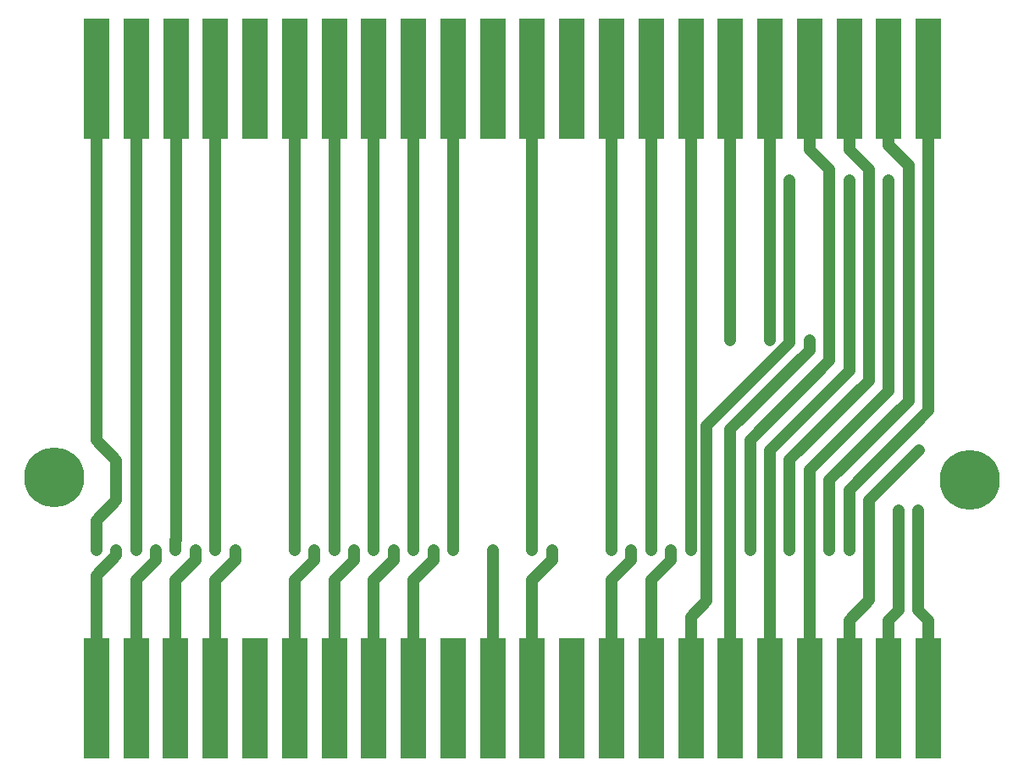
<source format=gtl>
%TF.GenerationSoftware,KiCad,Pcbnew,9.0.1*%
%TF.CreationDate,2025-08-01T20:40:54+02:00*%
%TF.ProjectId,monaco-gp-22,6d6f6e61-636f-42d6-9770-2d32322e6b69,rev?*%
%TF.SameCoordinates,Original*%
%TF.FileFunction,Copper,L1,Top*%
%TF.FilePolarity,Positive*%
%FSLAX46Y46*%
G04 Gerber Fmt 4.6, Leading zero omitted, Abs format (unit mm)*
G04 Created by KiCad (PCBNEW 9.0.1) date 2025-08-01 20:40:54*
%MOMM*%
%LPD*%
G01*
G04 APERTURE LIST*
%TA.AperFunction,ConnectorPad*%
%ADD10R,2.540000X12.000000*%
%TD*%
%TA.AperFunction,ViaPad*%
%ADD11C,1.200000*%
%TD*%
%TA.AperFunction,ViaPad*%
%ADD12C,6.000000*%
%TD*%
%TA.AperFunction,Conductor*%
%ADD13C,1.200000*%
%TD*%
G04 APERTURE END LIST*
D10*
%TO.P,E1,23,Pin_23*%
%TO.N,/X23*%
X9210000Y-68690000D03*
%TO.P,E1,24,Pin_24*%
%TO.N,/X24*%
X13170000Y-68690000D03*
%TO.P,E1,25,Pin_25*%
%TO.N,/X25*%
X17130000Y-68690000D03*
%TO.P,E1,26,Pin_26*%
%TO.N,/X26*%
X21090000Y-68690000D03*
%TO.P,E1,27,Pin_27*%
%TO.N,unconnected-(E1-Pin_27-Pad27)*%
X25050000Y-68690000D03*
%TO.P,E1,28,Pin_28*%
%TO.N,/X28*%
X29010000Y-68690000D03*
%TO.P,E1,29,Pin_29*%
%TO.N,/X29*%
X32970000Y-68690000D03*
%TO.P,E1,30,Pin_30*%
%TO.N,/X30*%
X36930000Y-68690000D03*
%TO.P,E1,31,Pin_31*%
%TO.N,/X31*%
X40890000Y-68690000D03*
%TO.P,E1,32,Pin_32*%
%TO.N,unconnected-(E1-Pin_32-Pad32)*%
X44850000Y-68690000D03*
%TO.P,E1,33,Pin_33*%
%TO.N,/X33*%
X48810000Y-68690000D03*
%TO.P,E1,34,Pin_34*%
%TO.N,/X34*%
X52770000Y-68690000D03*
%TO.P,E1,35,Pin_35*%
%TO.N,unconnected-(E1-Pin_35-Pad35)*%
X56730000Y-68690000D03*
%TO.P,E1,36,Pin_36*%
%TO.N,/X36*%
X60690000Y-68690000D03*
%TO.P,E1,37,Pin_37*%
%TO.N,/X37*%
X64650000Y-68690000D03*
%TO.P,E1,38,Pin_38*%
%TO.N,/X38*%
X68610000Y-68690000D03*
%TO.P,E1,39,Pin_39*%
%TO.N,/X39*%
X72570000Y-68690000D03*
%TO.P,E1,40,Pin_40*%
%TO.N,/X40*%
X76530000Y-68690000D03*
%TO.P,E1,41,Pin_41*%
%TO.N,/X41*%
X80490000Y-68690000D03*
%TO.P,E1,42,Pin_42*%
%TO.N,/X42*%
X84450000Y-68690000D03*
%TO.P,E1,43,Pin_43*%
%TO.N,/X43*%
X88410000Y-68690000D03*
%TO.P,E1,44,Pin_44*%
%TO.N,/X44*%
X92370000Y-68690000D03*
%TD*%
%TO.P,B1,1,Pin_1*%
%TO.N,/X1*%
X9213000Y-6677000D03*
%TO.P,B1,2,Pin_2*%
%TO.N,/X2*%
X13173000Y-6677000D03*
%TO.P,B1,3,Pin_3*%
%TO.N,/X3*%
X17133000Y-6677000D03*
%TO.P,B1,4,Pin_4*%
%TO.N,/X4*%
X21093000Y-6677000D03*
%TO.P,B1,5,Pin_5*%
%TO.N,unconnected-(B1-Pin_5-Pad5)*%
X25053000Y-6677000D03*
%TO.P,B1,6,Pin_6*%
%TO.N,/X6*%
X29013000Y-6677000D03*
%TO.P,B1,7,Pin_7*%
%TO.N,/X7*%
X32973000Y-6677000D03*
%TO.P,B1,8,Pin_8*%
%TO.N,/X8*%
X36933000Y-6677000D03*
%TO.P,B1,9,Pin_9*%
%TO.N,/X9*%
X40893000Y-6677000D03*
%TO.P,B1,10,Pin_10*%
%TO.N,/X10*%
X44853000Y-6677000D03*
%TO.P,B1,11,Pin_11*%
%TO.N,unconnected-(B1-Pin_11-Pad11)*%
X48813000Y-6677000D03*
%TO.P,B1,12,Pin_12*%
%TO.N,/X12*%
X52773000Y-6677000D03*
%TO.P,B1,13,Pin_13*%
%TO.N,unconnected-(B1-Pin_13-Pad13)*%
X56733000Y-6677000D03*
%TO.P,B1,14,Pin_14*%
%TO.N,/X14*%
X60693000Y-6677000D03*
%TO.P,B1,15,Pin_15*%
%TO.N,/X15*%
X64653000Y-6677000D03*
%TO.P,B1,16,Pin_16*%
%TO.N,/X16*%
X68613000Y-6677000D03*
%TO.P,B1,17,Pin_17*%
%TO.N,/X22*%
X72573000Y-6677000D03*
%TO.P,B1,18,Pin_18*%
%TO.N,/X44*%
X76533000Y-6677000D03*
%TO.P,B1,19,Pin_19*%
%TO.N,/X17*%
X80493000Y-6677000D03*
%TO.P,B1,20,Pin_20*%
%TO.N,/X18*%
X84453000Y-6677000D03*
%TO.P,B1,21,Pin_21*%
%TO.N,/X19*%
X88413000Y-6677000D03*
%TO.P,B1,22,Pin_22*%
%TO.N,/X20*%
X92373000Y-6677000D03*
%TD*%
D11*
%TO.N,/X43*%
X89400000Y-49860000D03*
%TO.N,/X15*%
X64650000Y-53860000D03*
%TO.N,/X44*%
X91380000Y-49860000D03*
D12*
%TO.N,*%
X96500000Y-46860000D03*
X5000000Y-46607000D03*
D11*
%TO.N,/X22*%
X72573000Y-32860000D03*
%TO.N,/X37*%
X66630000Y-53880000D03*
%TO.N,/X12*%
X52770000Y-53860000D03*
%TO.N,/X23*%
X11190000Y-53860000D03*
%TO.N,/X18*%
X78510000Y-53860000D03*
%TO.N,/X36*%
X62670000Y-53880000D03*
%TO.N,/X31*%
X42870000Y-53860000D03*
%TO.N,/X42*%
X91385000Y-43865000D03*
%TO.N,/X1*%
X9210000Y-53860000D03*
%TO.N,/X41*%
X88410000Y-16860000D03*
%TO.N,/X39*%
X80490000Y-32860000D03*
%TO.N,/X9*%
X40890000Y-53860000D03*
%TO.N,/X19*%
X82470000Y-53860000D03*
%TO.N,/X44*%
X76530000Y-32860000D03*
%TO.N,/X3*%
X17130000Y-53860000D03*
%TO.N,/X28*%
X30990000Y-53860000D03*
%TO.N,/X24*%
X15150000Y-53860000D03*
%TO.N,/X34*%
X54750000Y-53860000D03*
%TO.N,/X14*%
X60690000Y-53860000D03*
%TO.N,/X38*%
X78510000Y-16860000D03*
%TO.N,/X20*%
X84450000Y-53860000D03*
%TO.N,/X40*%
X84450000Y-16860000D03*
%TO.N,/X30*%
X38910000Y-53860000D03*
%TO.N,/X10*%
X44850000Y-53860000D03*
%TO.N,/X4*%
X21090000Y-53860000D03*
%TO.N,/X6*%
X29010000Y-53860000D03*
%TO.N,/X33*%
X48810000Y-53860000D03*
%TO.N,/X17*%
X74550000Y-53860000D03*
%TO.N,/X25*%
X19110000Y-53860000D03*
%TO.N,/X29*%
X34950000Y-53860000D03*
%TO.N,/X2*%
X13170000Y-53860000D03*
%TO.N,/X8*%
X36930000Y-53860000D03*
%TO.N,/X16*%
X68610000Y-53860000D03*
%TO.N,/X7*%
X32970000Y-53860000D03*
%TO.N,/X26*%
X23070000Y-53880000D03*
%TD*%
D13*
%TO.N,/X44*%
X91380000Y-59860000D02*
X92370000Y-60850000D01*
X91380000Y-49860000D02*
X91380000Y-59860000D01*
X92370000Y-60850000D02*
X92370000Y-68690000D01*
%TO.N,/X1*%
X11190000Y-44860000D02*
X9213000Y-42883000D01*
X11190000Y-48883000D02*
X11190000Y-44860000D01*
X9213000Y-50860000D02*
X11190000Y-48883000D01*
X9213000Y-53857000D02*
X9213000Y-50860000D01*
X9210000Y-53860000D02*
X9213000Y-53857000D01*
X9213000Y-42883000D02*
X9213000Y-6677000D01*
%TO.N,/X23*%
X9210000Y-56350000D02*
X9210000Y-68690000D01*
X11190000Y-53860000D02*
X11190000Y-54370000D01*
X11190000Y-54370000D02*
X9210000Y-56350000D01*
%TO.N,/X2*%
X13173000Y-52857000D02*
X13173000Y-6677000D01*
X13170000Y-52860000D02*
X13173000Y-52857000D01*
X13170000Y-53860000D02*
X13170000Y-52860000D01*
%TO.N,/X24*%
X13170000Y-56855000D02*
X13170000Y-68690000D01*
X15150000Y-53860000D02*
X15150000Y-54875000D01*
X15150000Y-54875000D02*
X13170000Y-56855000D01*
%TO.N,/X3*%
X17130000Y-52860000D02*
X17133000Y-52857000D01*
X17130000Y-53860000D02*
X17130000Y-52860000D01*
X17133000Y-52857000D02*
X17133000Y-6677000D01*
%TO.N,/X25*%
X17130000Y-56850000D02*
X17130000Y-68690000D01*
X19110000Y-53860000D02*
X19110000Y-54870000D01*
X19110000Y-54870000D02*
X17130000Y-56850000D01*
%TO.N,/X4*%
X21093000Y-52857000D02*
X21093000Y-6677000D01*
X21090000Y-53860000D02*
X21090000Y-52860000D01*
X21090000Y-52860000D02*
X21093000Y-52857000D01*
%TO.N,/X26*%
X23070000Y-54875000D02*
X21090000Y-56855000D01*
X23070000Y-53880000D02*
X23070000Y-54875000D01*
X21090000Y-56855000D02*
X21090000Y-68690000D01*
%TO.N,/X6*%
X29013000Y-52857000D02*
X29013000Y-6677000D01*
X29010000Y-53860000D02*
X29010000Y-52860000D01*
X29010000Y-52860000D02*
X29013000Y-52857000D01*
%TO.N,/X28*%
X29010000Y-56855000D02*
X29010000Y-68690000D01*
X30990000Y-54875000D02*
X29010000Y-56855000D01*
X30990000Y-53860000D02*
X30990000Y-54875000D01*
%TO.N,/X7*%
X32970000Y-53860000D02*
X32970000Y-52860000D01*
X32973000Y-52857000D02*
X32973000Y-6677000D01*
X32970000Y-52860000D02*
X32973000Y-52857000D01*
%TO.N,/X29*%
X34950000Y-54870000D02*
X32970000Y-56850000D01*
X34950000Y-53860000D02*
X34950000Y-54870000D01*
X32970000Y-56850000D02*
X32970000Y-68690000D01*
%TO.N,/X8*%
X36933000Y-52857000D02*
X36933000Y-6677000D01*
X36930000Y-53860000D02*
X36930000Y-52860000D01*
X36930000Y-52860000D02*
X36933000Y-52857000D01*
%TO.N,/X30*%
X36930000Y-56855000D02*
X36930000Y-68690000D01*
X38910000Y-53860000D02*
X38910000Y-54875000D01*
X38910000Y-54875000D02*
X36930000Y-56855000D01*
%TO.N,/X9*%
X40890000Y-53860000D02*
X40890000Y-52860000D01*
X40890000Y-52860000D02*
X40893000Y-52857000D01*
X40893000Y-52857000D02*
X40893000Y-6677000D01*
%TO.N,/X31*%
X42870000Y-54875000D02*
X40890000Y-56855000D01*
X40890000Y-56855000D02*
X40890000Y-68690000D01*
X42870000Y-53860000D02*
X42870000Y-54875000D01*
%TO.N,/X10*%
X44853000Y-52857000D02*
X44853000Y-6677000D01*
X44850000Y-53860000D02*
X44850000Y-52860000D01*
X44850000Y-52860000D02*
X44853000Y-52857000D01*
%TO.N,/X33*%
X48810000Y-53860000D02*
X48810000Y-68690000D01*
%TO.N,/X12*%
X52770000Y-52860000D02*
X52773000Y-52857000D01*
X52773000Y-52857000D02*
X52773000Y-6677000D01*
X52770000Y-53860000D02*
X52770000Y-52860000D01*
%TO.N,/X34*%
X52770000Y-56850000D02*
X52770000Y-68690000D01*
X54750000Y-54870000D02*
X52770000Y-56850000D01*
X54750000Y-53860000D02*
X54750000Y-54870000D01*
%TO.N,/X14*%
X60693000Y-52857000D02*
X60693000Y-6677000D01*
X60690000Y-52860000D02*
X60693000Y-52857000D01*
X60690000Y-53860000D02*
X60690000Y-52860000D01*
%TO.N,/X15*%
X64653000Y-52857000D02*
X64653000Y-6677000D01*
X64650000Y-52860000D02*
X64653000Y-52857000D01*
X64650000Y-53860000D02*
X64650000Y-52860000D01*
%TO.N,/X36*%
X62670000Y-54875000D02*
X60690000Y-56855000D01*
X60690000Y-56855000D02*
X60690000Y-68690000D01*
X62670000Y-53880000D02*
X62670000Y-54875000D01*
%TO.N,/X37*%
X64650000Y-56855000D02*
X64650000Y-68690000D01*
X66630000Y-54875000D02*
X64650000Y-56855000D01*
X66630000Y-53880000D02*
X66630000Y-54875000D01*
%TO.N,/X16*%
X68613000Y-53857000D02*
X68613000Y-6677000D01*
X68610000Y-53860000D02*
X68613000Y-53857000D01*
%TO.N,/X43*%
X89400000Y-59860000D02*
X89400000Y-49860000D01*
X88410000Y-60850000D02*
X89400000Y-59860000D01*
X88410000Y-68690000D02*
X88410000Y-60850000D01*
%TO.N,/X42*%
X86430000Y-58870000D02*
X84450000Y-60850000D01*
X86430000Y-48820000D02*
X86430000Y-58870000D01*
X84450000Y-60850000D02*
X84450000Y-68690000D01*
X91385000Y-43865000D02*
X86430000Y-48820000D01*
%TO.N,/X38*%
X70214000Y-41440156D02*
X70214000Y-58968000D01*
X78510000Y-33144156D02*
X70214000Y-41440156D01*
X70214000Y-58968000D02*
X68610000Y-60572000D01*
X78510000Y-16860000D02*
X78510000Y-33144156D01*
X68610000Y-60572000D02*
X68610000Y-68690000D01*
%TO.N,/X19*%
X90390000Y-15355000D02*
X88410000Y-13375000D01*
X88410000Y-6680000D02*
X88413000Y-6677000D01*
X90390000Y-38910000D02*
X90390000Y-15355000D01*
X82470000Y-46830000D02*
X90390000Y-38910000D01*
X82470000Y-53860000D02*
X82470000Y-46830000D01*
X88410000Y-13375000D02*
X88410000Y-6680000D01*
%TO.N,/X18*%
X84453000Y-13787000D02*
X84453000Y-6677000D01*
X86430000Y-15764000D02*
X84453000Y-13787000D01*
X86430000Y-36910000D02*
X86430000Y-15764000D01*
X78510000Y-53860000D02*
X78510000Y-44830000D01*
X78510000Y-44830000D02*
X86430000Y-36910000D01*
%TO.N,/X17*%
X82470000Y-15764000D02*
X80493000Y-13787000D01*
X80493000Y-13787000D02*
X80493000Y-6677000D01*
X74550000Y-42830000D02*
X82470000Y-34910000D01*
X74550000Y-53860000D02*
X74550000Y-42830000D01*
X82470000Y-34910000D02*
X82470000Y-15764000D01*
%TO.N,/X41*%
X88410000Y-37910000D02*
X80490000Y-45830000D01*
X88410000Y-16860000D02*
X88410000Y-37910000D01*
X80490000Y-45830000D02*
X80490000Y-68690000D01*
%TO.N,/X40*%
X76530000Y-43830000D02*
X76530000Y-68690000D01*
X84450000Y-35910000D02*
X76530000Y-43830000D01*
X84450000Y-16860000D02*
X84450000Y-35910000D01*
%TO.N,/X20*%
X84450000Y-47840000D02*
X92373000Y-39917000D01*
X84450000Y-53860000D02*
X84450000Y-47840000D01*
X92373000Y-39917000D02*
X92373000Y-6677000D01*
%TO.N,/X22*%
X72573000Y-32860000D02*
X72573000Y-6677000D01*
%TO.N,/X39*%
X80490000Y-33860000D02*
X72570000Y-41780000D01*
X80490000Y-32860000D02*
X80490000Y-33860000D01*
X72570000Y-41780000D02*
X72570000Y-68690000D01*
%TO.N,/X44*%
X76533000Y-32857000D02*
X76530000Y-32860000D01*
X76533000Y-6677000D02*
X76533000Y-32857000D01*
%TD*%
M02*

</source>
